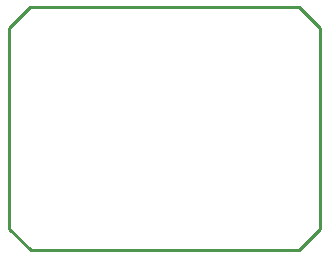
<source format=gko>
G04*
G04 #@! TF.GenerationSoftware,Altium Limited,Altium Designer,23.4.1 (23)*
G04*
G04 Layer_Color=16711935*
%FSLAX25Y25*%
%MOIN*%
G70*
G04*
G04 #@! TF.SameCoordinates,994BBBC9-EF8B-4D44-965E-D27BE21E36CE*
G04*
G04*
G04 #@! TF.FilePolarity,Positive*
G04*
G01*
G75*
%ADD23C,0.01000*%
D23*
X266500Y164526D02*
Y231500D01*
X259474Y157500D02*
X266500Y164526D01*
X170055Y157500D02*
X259474D01*
X163000Y164555D02*
Y231459D01*
Y164555D02*
X170055Y157500D01*
X163000Y231459D02*
X170041Y238500D01*
X259500D01*
X266500Y231500D01*
M02*

</source>
